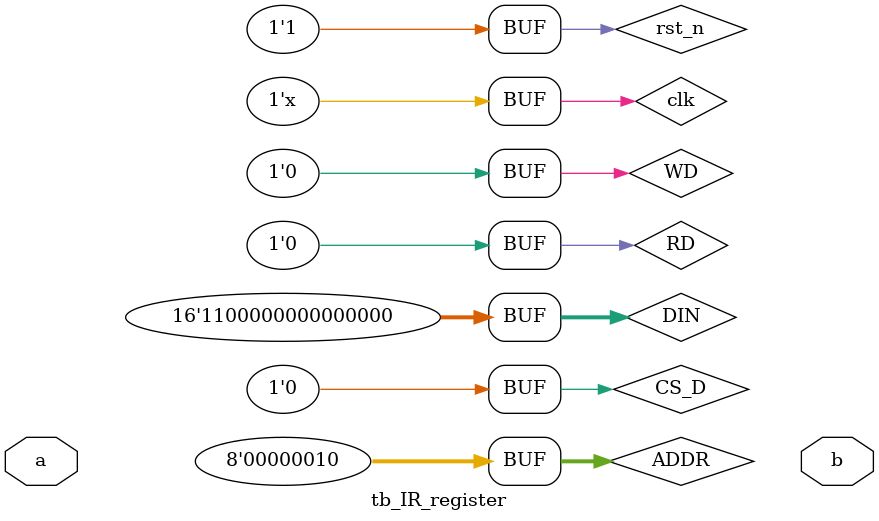
<source format=v>
`timescale 1ns / 1ns

module tb_IR_register(
	input a,
	output b
                         );
    reg WD  ;
    reg RD  ;
    reg CS_D;


    reg [15:0] DIN ;
    reg [7:0] ADDR;

    reg         clk  ;
    reg         rst_n;

        // outports wire
        wire        	I8;
    wire        	I9;
    wire        	I10;
    wire        	I11;
    wire [3:0]  	out_op;
    wire [7:0]  	ADDR_num;


    wire [15:0] 	DOUT;
    wire        	is_coming;

    IR_register u_IR_register(
                    .clk               	( clk                ),
                    .rst_n             	( rst_n              ),
                    .directives_coming 	( is_coming  ),
                    .input_directives  	( DOUT   ),
                    .I8                	( I8                 ),
                    .I9                	( I9                 ),
                    .I10               	( I10                ),
                    .I11               	( I11                ),
                    .out_op            	( out_op             ),
                    .ADDR_num          	( ADDR_num           )
                );
    // outports wire

    PROGREM_SRAM u_PROGREM_SRAM(
                     .clk       	( clk        ),
                     .WD        	( WD         ),
                     .RD        	( RD         ),
                     .CS_D      	( CS_D       ),
                     .DIN       	( DIN        ),
                     .ADDR      	( ADDR       ),
                     .DOUT      	( DOUT       ),
                     .is_coming 	( is_coming  )
                 );
    initial begin
        rst_n<=1'd0;
        clk<=1'd0;
        WD<=1'd0;
        RD<=1'd0;
        //默认片选
        CS_D<=1'd0;
        #10
         rst_n<=1'd1;
        burn_to_progrem_ram(16'b0010_00_01_0000_0000,8'd0);
        burn_to_progrem_ram(16'b1001_01_00_0000_0000,8'd1);
        burn_to_progrem_ram(16'b1100_00_00_0000_0000,8'd2);
        #20
         WD<=1'd0;
        fine_to_progrem_ram(8'd0);
        fine_to_progrem_ram(8'd1);
        fine_to_progrem_ram(8'd2);

    end
    always #10 begin
        clk<=~clk;
    end


    //输入一个程序，16位的
    task burn_to_progrem_ram;
        input        [15:0]      progrem;
        input        [7:0]       addrr;
        begin
            //准备要烧录的程序
            #20
             WD<=1'd0;
            DIN<=progrem;
            ADDR<=addrr;
            //执行烧录程序
            #20
             WD<=1'd1;
            #20
             WD<=1'd0;
        end
    endtask

    task fine_to_progrem_ram;
        input        [7:0]       addrr;
        begin
            //准备要烧录的程序
            #20
             RD<=1'd0;
            ADDR<=addrr;
            //执行烧录程序
            #20
             RD<=1'd1;
            #20
             RD<=1'd0;
        end
    endtask
endmodule

</source>
